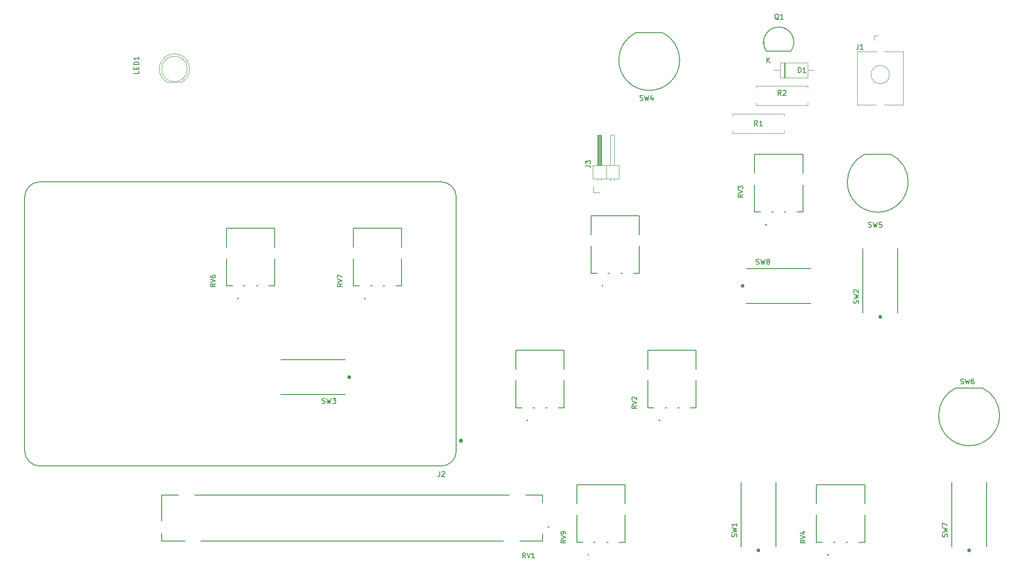
<source format=gbr>
%TF.GenerationSoftware,KiCad,Pcbnew,8.0.4*%
%TF.CreationDate,2024-09-25T11:32:12+02:00*%
%TF.ProjectId,ys.granular,79732e67-7261-46e7-956c-61722e6b6963,rev?*%
%TF.SameCoordinates,Original*%
%TF.FileFunction,Legend,Top*%
%TF.FilePolarity,Positive*%
%FSLAX46Y46*%
G04 Gerber Fmt 4.6, Leading zero omitted, Abs format (unit mm)*
G04 Created by KiCad (PCBNEW 8.0.4) date 2024-09-25 11:32:12*
%MOMM*%
%LPD*%
G01*
G04 APERTURE LIST*
%ADD10C,0.150000*%
%ADD11C,0.200000*%
%ADD12C,0.158112*%
%ADD13C,0.127000*%
%ADD14C,0.120000*%
%ADD15C,0.300000*%
%ADD16C,0.400000*%
G04 APERTURE END LIST*
D10*
X204979755Y-19550360D02*
X204884465Y-19502715D01*
X204884465Y-19502715D02*
X204789175Y-19407426D01*
X204789175Y-19407426D02*
X204646240Y-19264491D01*
X204646240Y-19264491D02*
X204550951Y-19216846D01*
X204550951Y-19216846D02*
X204455661Y-19216846D01*
X204503306Y-19455070D02*
X204408016Y-19407426D01*
X204408016Y-19407426D02*
X204312726Y-19312136D01*
X204312726Y-19312136D02*
X204265081Y-19121556D01*
X204265081Y-19121556D02*
X204265081Y-18788042D01*
X204265081Y-18788042D02*
X204312726Y-18597462D01*
X204312726Y-18597462D02*
X204408016Y-18502172D01*
X204408016Y-18502172D02*
X204503306Y-18454527D01*
X204503306Y-18454527D02*
X204693885Y-18454527D01*
X204693885Y-18454527D02*
X204789175Y-18502172D01*
X204789175Y-18502172D02*
X204884465Y-18597462D01*
X204884465Y-18597462D02*
X204932110Y-18788042D01*
X204932110Y-18788042D02*
X204932110Y-19121556D01*
X204932110Y-19121556D02*
X204884465Y-19312136D01*
X204884465Y-19312136D02*
X204789175Y-19407426D01*
X204789175Y-19407426D02*
X204693885Y-19455070D01*
X204693885Y-19455070D02*
X204503306Y-19455070D01*
X205885008Y-19455070D02*
X205313269Y-19455070D01*
X205599139Y-19455070D02*
X205599139Y-18454527D01*
X205599139Y-18454527D02*
X205503849Y-18597462D01*
X205503849Y-18597462D02*
X205408559Y-18692752D01*
X205408559Y-18692752D02*
X205313269Y-18740397D01*
X177666667Y-35407200D02*
X177809524Y-35454819D01*
X177809524Y-35454819D02*
X178047619Y-35454819D01*
X178047619Y-35454819D02*
X178142857Y-35407200D01*
X178142857Y-35407200D02*
X178190476Y-35359580D01*
X178190476Y-35359580D02*
X178238095Y-35264342D01*
X178238095Y-35264342D02*
X178238095Y-35169104D01*
X178238095Y-35169104D02*
X178190476Y-35073866D01*
X178190476Y-35073866D02*
X178142857Y-35026247D01*
X178142857Y-35026247D02*
X178047619Y-34978628D01*
X178047619Y-34978628D02*
X177857143Y-34931009D01*
X177857143Y-34931009D02*
X177761905Y-34883390D01*
X177761905Y-34883390D02*
X177714286Y-34835771D01*
X177714286Y-34835771D02*
X177666667Y-34740533D01*
X177666667Y-34740533D02*
X177666667Y-34645295D01*
X177666667Y-34645295D02*
X177714286Y-34550057D01*
X177714286Y-34550057D02*
X177761905Y-34502438D01*
X177761905Y-34502438D02*
X177857143Y-34454819D01*
X177857143Y-34454819D02*
X178095238Y-34454819D01*
X178095238Y-34454819D02*
X178238095Y-34502438D01*
X178571429Y-34454819D02*
X178809524Y-35454819D01*
X178809524Y-35454819D02*
X179000000Y-34740533D01*
X179000000Y-34740533D02*
X179190476Y-35454819D01*
X179190476Y-35454819D02*
X179428572Y-34454819D01*
X180238095Y-34788152D02*
X180238095Y-35454819D01*
X180000000Y-34407200D02*
X179761905Y-35121485D01*
X179761905Y-35121485D02*
X180380952Y-35121485D01*
X197929321Y-54024929D02*
X197479377Y-54339890D01*
X197929321Y-54564862D02*
X196984439Y-54564862D01*
X196984439Y-54564862D02*
X196984439Y-54204907D01*
X196984439Y-54204907D02*
X197029433Y-54114918D01*
X197029433Y-54114918D02*
X197074428Y-54069923D01*
X197074428Y-54069923D02*
X197164416Y-54024929D01*
X197164416Y-54024929D02*
X197299400Y-54024929D01*
X197299400Y-54024929D02*
X197389388Y-54069923D01*
X197389388Y-54069923D02*
X197434383Y-54114918D01*
X197434383Y-54114918D02*
X197479377Y-54204907D01*
X197479377Y-54204907D02*
X197479377Y-54564862D01*
X196984439Y-53754963D02*
X197929321Y-53440002D01*
X197929321Y-53440002D02*
X196984439Y-53125041D01*
X196984439Y-52900069D02*
X196984439Y-52315142D01*
X196984439Y-52315142D02*
X197344394Y-52630103D01*
X197344394Y-52630103D02*
X197344394Y-52495120D01*
X197344394Y-52495120D02*
X197389388Y-52405131D01*
X197389388Y-52405131D02*
X197434383Y-52360137D01*
X197434383Y-52360137D02*
X197524371Y-52315142D01*
X197524371Y-52315142D02*
X197749343Y-52315142D01*
X197749343Y-52315142D02*
X197839332Y-52360137D01*
X197839332Y-52360137D02*
X197884327Y-52405131D01*
X197884327Y-52405131D02*
X197929321Y-52495120D01*
X197929321Y-52495120D02*
X197929321Y-52765086D01*
X197929321Y-52765086D02*
X197884327Y-52855075D01*
X197884327Y-52855075D02*
X197839332Y-52900069D01*
X222666667Y-60407200D02*
X222809524Y-60454819D01*
X222809524Y-60454819D02*
X223047619Y-60454819D01*
X223047619Y-60454819D02*
X223142857Y-60407200D01*
X223142857Y-60407200D02*
X223190476Y-60359580D01*
X223190476Y-60359580D02*
X223238095Y-60264342D01*
X223238095Y-60264342D02*
X223238095Y-60169104D01*
X223238095Y-60169104D02*
X223190476Y-60073866D01*
X223190476Y-60073866D02*
X223142857Y-60026247D01*
X223142857Y-60026247D02*
X223047619Y-59978628D01*
X223047619Y-59978628D02*
X222857143Y-59931009D01*
X222857143Y-59931009D02*
X222761905Y-59883390D01*
X222761905Y-59883390D02*
X222714286Y-59835771D01*
X222714286Y-59835771D02*
X222666667Y-59740533D01*
X222666667Y-59740533D02*
X222666667Y-59645295D01*
X222666667Y-59645295D02*
X222714286Y-59550057D01*
X222714286Y-59550057D02*
X222761905Y-59502438D01*
X222761905Y-59502438D02*
X222857143Y-59454819D01*
X222857143Y-59454819D02*
X223095238Y-59454819D01*
X223095238Y-59454819D02*
X223238095Y-59502438D01*
X223571429Y-59454819D02*
X223809524Y-60454819D01*
X223809524Y-60454819D02*
X224000000Y-59740533D01*
X224000000Y-59740533D02*
X224190476Y-60454819D01*
X224190476Y-60454819D02*
X224428572Y-59454819D01*
X225285714Y-59454819D02*
X224809524Y-59454819D01*
X224809524Y-59454819D02*
X224761905Y-59931009D01*
X224761905Y-59931009D02*
X224809524Y-59883390D01*
X224809524Y-59883390D02*
X224904762Y-59835771D01*
X224904762Y-59835771D02*
X225142857Y-59835771D01*
X225142857Y-59835771D02*
X225238095Y-59883390D01*
X225238095Y-59883390D02*
X225285714Y-59931009D01*
X225285714Y-59931009D02*
X225333333Y-60026247D01*
X225333333Y-60026247D02*
X225333333Y-60264342D01*
X225333333Y-60264342D02*
X225285714Y-60359580D01*
X225285714Y-60359580D02*
X225238095Y-60407200D01*
X225238095Y-60407200D02*
X225142857Y-60454819D01*
X225142857Y-60454819D02*
X224904762Y-60454819D01*
X224904762Y-60454819D02*
X224809524Y-60407200D01*
X224809524Y-60407200D02*
X224761905Y-60359580D01*
X166909819Y-48323333D02*
X167624104Y-48323333D01*
X167624104Y-48323333D02*
X167766961Y-48370952D01*
X167766961Y-48370952D02*
X167862200Y-48466190D01*
X167862200Y-48466190D02*
X167909819Y-48609047D01*
X167909819Y-48609047D02*
X167909819Y-48704285D01*
X166909819Y-47942380D02*
X166909819Y-47323333D01*
X166909819Y-47323333D02*
X167290771Y-47656666D01*
X167290771Y-47656666D02*
X167290771Y-47513809D01*
X167290771Y-47513809D02*
X167338390Y-47418571D01*
X167338390Y-47418571D02*
X167386009Y-47370952D01*
X167386009Y-47370952D02*
X167481247Y-47323333D01*
X167481247Y-47323333D02*
X167719342Y-47323333D01*
X167719342Y-47323333D02*
X167814580Y-47370952D01*
X167814580Y-47370952D02*
X167862200Y-47418571D01*
X167862200Y-47418571D02*
X167909819Y-47513809D01*
X167909819Y-47513809D02*
X167909819Y-47799523D01*
X167909819Y-47799523D02*
X167862200Y-47894761D01*
X167862200Y-47894761D02*
X167814580Y-47942380D01*
X200549770Y-67695367D02*
X200692688Y-67743006D01*
X200692688Y-67743006D02*
X200930884Y-67743006D01*
X200930884Y-67743006D02*
X201026163Y-67695367D01*
X201026163Y-67695367D02*
X201073802Y-67647727D01*
X201073802Y-67647727D02*
X201121441Y-67552449D01*
X201121441Y-67552449D02*
X201121441Y-67457170D01*
X201121441Y-67457170D02*
X201073802Y-67361892D01*
X201073802Y-67361892D02*
X201026163Y-67314252D01*
X201026163Y-67314252D02*
X200930884Y-67266613D01*
X200930884Y-67266613D02*
X200740327Y-67218974D01*
X200740327Y-67218974D02*
X200645048Y-67171334D01*
X200645048Y-67171334D02*
X200597409Y-67123695D01*
X200597409Y-67123695D02*
X200549770Y-67028417D01*
X200549770Y-67028417D02*
X200549770Y-66933138D01*
X200549770Y-66933138D02*
X200597409Y-66837859D01*
X200597409Y-66837859D02*
X200645048Y-66790220D01*
X200645048Y-66790220D02*
X200740327Y-66742581D01*
X200740327Y-66742581D02*
X200978523Y-66742581D01*
X200978523Y-66742581D02*
X201121441Y-66790220D01*
X201454916Y-66742581D02*
X201693113Y-67743006D01*
X201693113Y-67743006D02*
X201883670Y-67028417D01*
X201883670Y-67028417D02*
X202074227Y-67743006D01*
X202074227Y-67743006D02*
X202312424Y-66742581D01*
X202836456Y-67171334D02*
X202741177Y-67123695D01*
X202741177Y-67123695D02*
X202693538Y-67076056D01*
X202693538Y-67076056D02*
X202645899Y-66980777D01*
X202645899Y-66980777D02*
X202645899Y-66933138D01*
X202645899Y-66933138D02*
X202693538Y-66837859D01*
X202693538Y-66837859D02*
X202741177Y-66790220D01*
X202741177Y-66790220D02*
X202836456Y-66742581D01*
X202836456Y-66742581D02*
X203027013Y-66742581D01*
X203027013Y-66742581D02*
X203122292Y-66790220D01*
X203122292Y-66790220D02*
X203169931Y-66837859D01*
X203169931Y-66837859D02*
X203217570Y-66933138D01*
X203217570Y-66933138D02*
X203217570Y-66980777D01*
X203217570Y-66980777D02*
X203169931Y-67076056D01*
X203169931Y-67076056D02*
X203122292Y-67123695D01*
X203122292Y-67123695D02*
X203027013Y-67171334D01*
X203027013Y-67171334D02*
X202836456Y-67171334D01*
X202836456Y-67171334D02*
X202741177Y-67218974D01*
X202741177Y-67218974D02*
X202693538Y-67266613D01*
X202693538Y-67266613D02*
X202645899Y-67361892D01*
X202645899Y-67361892D02*
X202645899Y-67552449D01*
X202645899Y-67552449D02*
X202693538Y-67647727D01*
X202693538Y-67647727D02*
X202741177Y-67695367D01*
X202741177Y-67695367D02*
X202836456Y-67743006D01*
X202836456Y-67743006D02*
X203027013Y-67743006D01*
X203027013Y-67743006D02*
X203122292Y-67695367D01*
X203122292Y-67695367D02*
X203169931Y-67647727D01*
X203169931Y-67647727D02*
X203217570Y-67552449D01*
X203217570Y-67552449D02*
X203217570Y-67361892D01*
X203217570Y-67361892D02*
X203169931Y-67266613D01*
X203169931Y-67266613D02*
X203122292Y-67218974D01*
X203122292Y-67218974D02*
X203027013Y-67171334D01*
X238195367Y-121450229D02*
X238243006Y-121307312D01*
X238243006Y-121307312D02*
X238243006Y-121069115D01*
X238243006Y-121069115D02*
X238195367Y-120973837D01*
X238195367Y-120973837D02*
X238147727Y-120926197D01*
X238147727Y-120926197D02*
X238052449Y-120878558D01*
X238052449Y-120878558D02*
X237957170Y-120878558D01*
X237957170Y-120878558D02*
X237861892Y-120926197D01*
X237861892Y-120926197D02*
X237814252Y-120973837D01*
X237814252Y-120973837D02*
X237766613Y-121069115D01*
X237766613Y-121069115D02*
X237718974Y-121259672D01*
X237718974Y-121259672D02*
X237671334Y-121354951D01*
X237671334Y-121354951D02*
X237623695Y-121402590D01*
X237623695Y-121402590D02*
X237528417Y-121450229D01*
X237528417Y-121450229D02*
X237433138Y-121450229D01*
X237433138Y-121450229D02*
X237337859Y-121402590D01*
X237337859Y-121402590D02*
X237290220Y-121354951D01*
X237290220Y-121354951D02*
X237242581Y-121259672D01*
X237242581Y-121259672D02*
X237242581Y-121021476D01*
X237242581Y-121021476D02*
X237290220Y-120878558D01*
X237242581Y-120545083D02*
X238243006Y-120306886D01*
X238243006Y-120306886D02*
X237528417Y-120116329D01*
X237528417Y-120116329D02*
X238243006Y-119925772D01*
X238243006Y-119925772D02*
X237242581Y-119687576D01*
X237242581Y-119401740D02*
X237242581Y-118734790D01*
X237242581Y-118734790D02*
X238243006Y-119163543D01*
X115083430Y-95119387D02*
X115226348Y-95167026D01*
X115226348Y-95167026D02*
X115464544Y-95167026D01*
X115464544Y-95167026D02*
X115559823Y-95119387D01*
X115559823Y-95119387D02*
X115607462Y-95071747D01*
X115607462Y-95071747D02*
X115655101Y-94976469D01*
X115655101Y-94976469D02*
X115655101Y-94881190D01*
X115655101Y-94881190D02*
X115607462Y-94785912D01*
X115607462Y-94785912D02*
X115559823Y-94738272D01*
X115559823Y-94738272D02*
X115464544Y-94690633D01*
X115464544Y-94690633D02*
X115273987Y-94642994D01*
X115273987Y-94642994D02*
X115178708Y-94595354D01*
X115178708Y-94595354D02*
X115131069Y-94547715D01*
X115131069Y-94547715D02*
X115083430Y-94452437D01*
X115083430Y-94452437D02*
X115083430Y-94357158D01*
X115083430Y-94357158D02*
X115131069Y-94261879D01*
X115131069Y-94261879D02*
X115178708Y-94214240D01*
X115178708Y-94214240D02*
X115273987Y-94166601D01*
X115273987Y-94166601D02*
X115512183Y-94166601D01*
X115512183Y-94166601D02*
X115655101Y-94214240D01*
X115988576Y-94166601D02*
X116226773Y-95167026D01*
X116226773Y-95167026D02*
X116417330Y-94452437D01*
X116417330Y-94452437D02*
X116607887Y-95167026D01*
X116607887Y-95167026D02*
X116846084Y-94166601D01*
X117131919Y-94166601D02*
X117751230Y-94166601D01*
X117751230Y-94166601D02*
X117417755Y-94547715D01*
X117417755Y-94547715D02*
X117560673Y-94547715D01*
X117560673Y-94547715D02*
X117655952Y-94595354D01*
X117655952Y-94595354D02*
X117703591Y-94642994D01*
X117703591Y-94642994D02*
X117751230Y-94738272D01*
X117751230Y-94738272D02*
X117751230Y-94976469D01*
X117751230Y-94976469D02*
X117703591Y-95071747D01*
X117703591Y-95071747D02*
X117655952Y-95119387D01*
X117655952Y-95119387D02*
X117560673Y-95167026D01*
X117560673Y-95167026D02*
X117274837Y-95167026D01*
X117274837Y-95167026D02*
X117179559Y-95119387D01*
X117179559Y-95119387D02*
X117131919Y-95071747D01*
X220695367Y-75450229D02*
X220743006Y-75307312D01*
X220743006Y-75307312D02*
X220743006Y-75069115D01*
X220743006Y-75069115D02*
X220695367Y-74973837D01*
X220695367Y-74973837D02*
X220647727Y-74926197D01*
X220647727Y-74926197D02*
X220552449Y-74878558D01*
X220552449Y-74878558D02*
X220457170Y-74878558D01*
X220457170Y-74878558D02*
X220361892Y-74926197D01*
X220361892Y-74926197D02*
X220314252Y-74973837D01*
X220314252Y-74973837D02*
X220266613Y-75069115D01*
X220266613Y-75069115D02*
X220218974Y-75259672D01*
X220218974Y-75259672D02*
X220171334Y-75354951D01*
X220171334Y-75354951D02*
X220123695Y-75402590D01*
X220123695Y-75402590D02*
X220028417Y-75450229D01*
X220028417Y-75450229D02*
X219933138Y-75450229D01*
X219933138Y-75450229D02*
X219837859Y-75402590D01*
X219837859Y-75402590D02*
X219790220Y-75354951D01*
X219790220Y-75354951D02*
X219742581Y-75259672D01*
X219742581Y-75259672D02*
X219742581Y-75021476D01*
X219742581Y-75021476D02*
X219790220Y-74878558D01*
X219742581Y-74545083D02*
X220743006Y-74306886D01*
X220743006Y-74306886D02*
X220028417Y-74116329D01*
X220028417Y-74116329D02*
X220743006Y-73925772D01*
X220743006Y-73925772D02*
X219742581Y-73687576D01*
X219837859Y-73354100D02*
X219790220Y-73306461D01*
X219790220Y-73306461D02*
X219742581Y-73211183D01*
X219742581Y-73211183D02*
X219742581Y-72972986D01*
X219742581Y-72972986D02*
X219790220Y-72877708D01*
X219790220Y-72877708D02*
X219837859Y-72830068D01*
X219837859Y-72830068D02*
X219933138Y-72782429D01*
X219933138Y-72782429D02*
X220028417Y-72782429D01*
X220028417Y-72782429D02*
X220171334Y-72830068D01*
X220171334Y-72830068D02*
X220743006Y-73401740D01*
X220743006Y-73401740D02*
X220743006Y-72782429D01*
X200833333Y-40454819D02*
X200500000Y-39978628D01*
X200261905Y-40454819D02*
X200261905Y-39454819D01*
X200261905Y-39454819D02*
X200642857Y-39454819D01*
X200642857Y-39454819D02*
X200738095Y-39502438D01*
X200738095Y-39502438D02*
X200785714Y-39550057D01*
X200785714Y-39550057D02*
X200833333Y-39645295D01*
X200833333Y-39645295D02*
X200833333Y-39788152D01*
X200833333Y-39788152D02*
X200785714Y-39883390D01*
X200785714Y-39883390D02*
X200738095Y-39931009D01*
X200738095Y-39931009D02*
X200642857Y-39978628D01*
X200642857Y-39978628D02*
X200261905Y-39978628D01*
X201785714Y-40454819D02*
X201214286Y-40454819D01*
X201500000Y-40454819D02*
X201500000Y-39454819D01*
X201500000Y-39454819D02*
X201404762Y-39597676D01*
X201404762Y-39597676D02*
X201309524Y-39692914D01*
X201309524Y-39692914D02*
X201214286Y-39740533D01*
X240841667Y-91272200D02*
X240984524Y-91319819D01*
X240984524Y-91319819D02*
X241222619Y-91319819D01*
X241222619Y-91319819D02*
X241317857Y-91272200D01*
X241317857Y-91272200D02*
X241365476Y-91224580D01*
X241365476Y-91224580D02*
X241413095Y-91129342D01*
X241413095Y-91129342D02*
X241413095Y-91034104D01*
X241413095Y-91034104D02*
X241365476Y-90938866D01*
X241365476Y-90938866D02*
X241317857Y-90891247D01*
X241317857Y-90891247D02*
X241222619Y-90843628D01*
X241222619Y-90843628D02*
X241032143Y-90796009D01*
X241032143Y-90796009D02*
X240936905Y-90748390D01*
X240936905Y-90748390D02*
X240889286Y-90700771D01*
X240889286Y-90700771D02*
X240841667Y-90605533D01*
X240841667Y-90605533D02*
X240841667Y-90510295D01*
X240841667Y-90510295D02*
X240889286Y-90415057D01*
X240889286Y-90415057D02*
X240936905Y-90367438D01*
X240936905Y-90367438D02*
X241032143Y-90319819D01*
X241032143Y-90319819D02*
X241270238Y-90319819D01*
X241270238Y-90319819D02*
X241413095Y-90367438D01*
X241746429Y-90319819D02*
X241984524Y-91319819D01*
X241984524Y-91319819D02*
X242175000Y-90605533D01*
X242175000Y-90605533D02*
X242365476Y-91319819D01*
X242365476Y-91319819D02*
X242603572Y-90319819D01*
X243413095Y-90319819D02*
X243222619Y-90319819D01*
X243222619Y-90319819D02*
X243127381Y-90367438D01*
X243127381Y-90367438D02*
X243079762Y-90415057D01*
X243079762Y-90415057D02*
X242984524Y-90557914D01*
X242984524Y-90557914D02*
X242936905Y-90748390D01*
X242936905Y-90748390D02*
X242936905Y-91129342D01*
X242936905Y-91129342D02*
X242984524Y-91224580D01*
X242984524Y-91224580D02*
X243032143Y-91272200D01*
X243032143Y-91272200D02*
X243127381Y-91319819D01*
X243127381Y-91319819D02*
X243317857Y-91319819D01*
X243317857Y-91319819D02*
X243413095Y-91272200D01*
X243413095Y-91272200D02*
X243460714Y-91224580D01*
X243460714Y-91224580D02*
X243508333Y-91129342D01*
X243508333Y-91129342D02*
X243508333Y-90891247D01*
X243508333Y-90891247D02*
X243460714Y-90796009D01*
X243460714Y-90796009D02*
X243413095Y-90748390D01*
X243413095Y-90748390D02*
X243317857Y-90700771D01*
X243317857Y-90700771D02*
X243127381Y-90700771D01*
X243127381Y-90700771D02*
X243032143Y-90748390D01*
X243032143Y-90748390D02*
X242984524Y-90796009D01*
X242984524Y-90796009D02*
X242936905Y-90891247D01*
X220636666Y-24434819D02*
X220636666Y-25149104D01*
X220636666Y-25149104D02*
X220589047Y-25291961D01*
X220589047Y-25291961D02*
X220493809Y-25387200D01*
X220493809Y-25387200D02*
X220350952Y-25434819D01*
X220350952Y-25434819D02*
X220255714Y-25434819D01*
X221636666Y-25434819D02*
X221065238Y-25434819D01*
X221350952Y-25434819D02*
X221350952Y-24434819D01*
X221350952Y-24434819D02*
X221255714Y-24577676D01*
X221255714Y-24577676D02*
X221160476Y-24672914D01*
X221160476Y-24672914D02*
X221065238Y-24720533D01*
X205483333Y-34454819D02*
X205150000Y-33978628D01*
X204911905Y-34454819D02*
X204911905Y-33454819D01*
X204911905Y-33454819D02*
X205292857Y-33454819D01*
X205292857Y-33454819D02*
X205388095Y-33502438D01*
X205388095Y-33502438D02*
X205435714Y-33550057D01*
X205435714Y-33550057D02*
X205483333Y-33645295D01*
X205483333Y-33645295D02*
X205483333Y-33788152D01*
X205483333Y-33788152D02*
X205435714Y-33883390D01*
X205435714Y-33883390D02*
X205388095Y-33931009D01*
X205388095Y-33931009D02*
X205292857Y-33978628D01*
X205292857Y-33978628D02*
X204911905Y-33978628D01*
X205864286Y-33550057D02*
X205911905Y-33502438D01*
X205911905Y-33502438D02*
X206007143Y-33454819D01*
X206007143Y-33454819D02*
X206245238Y-33454819D01*
X206245238Y-33454819D02*
X206340476Y-33502438D01*
X206340476Y-33502438D02*
X206388095Y-33550057D01*
X206388095Y-33550057D02*
X206435714Y-33645295D01*
X206435714Y-33645295D02*
X206435714Y-33740533D01*
X206435714Y-33740533D02*
X206388095Y-33883390D01*
X206388095Y-33883390D02*
X205816667Y-34454819D01*
X205816667Y-34454819D02*
X206435714Y-34454819D01*
X177029321Y-95587429D02*
X176579377Y-95902390D01*
X177029321Y-96127362D02*
X176084439Y-96127362D01*
X176084439Y-96127362D02*
X176084439Y-95767407D01*
X176084439Y-95767407D02*
X176129433Y-95677418D01*
X176129433Y-95677418D02*
X176174428Y-95632423D01*
X176174428Y-95632423D02*
X176264416Y-95587429D01*
X176264416Y-95587429D02*
X176399400Y-95587429D01*
X176399400Y-95587429D02*
X176489388Y-95632423D01*
X176489388Y-95632423D02*
X176534383Y-95677418D01*
X176534383Y-95677418D02*
X176579377Y-95767407D01*
X176579377Y-95767407D02*
X176579377Y-96127362D01*
X176084439Y-95317463D02*
X177029321Y-95002502D01*
X177029321Y-95002502D02*
X176084439Y-94687541D01*
X176174428Y-94417575D02*
X176129433Y-94372581D01*
X176129433Y-94372581D02*
X176084439Y-94282592D01*
X176084439Y-94282592D02*
X176084439Y-94057620D01*
X176084439Y-94057620D02*
X176129433Y-93967631D01*
X176129433Y-93967631D02*
X176174428Y-93922637D01*
X176174428Y-93922637D02*
X176264416Y-93877642D01*
X176264416Y-93877642D02*
X176354405Y-93877642D01*
X176354405Y-93877642D02*
X176489388Y-93922637D01*
X176489388Y-93922637D02*
X177029321Y-94462569D01*
X177029321Y-94462569D02*
X177029321Y-93877642D01*
X78954819Y-29659047D02*
X78954819Y-30135237D01*
X78954819Y-30135237D02*
X77954819Y-30135237D01*
X78431009Y-29325713D02*
X78431009Y-28992380D01*
X78954819Y-28849523D02*
X78954819Y-29325713D01*
X78954819Y-29325713D02*
X77954819Y-29325713D01*
X77954819Y-29325713D02*
X77954819Y-28849523D01*
X78954819Y-28420951D02*
X77954819Y-28420951D01*
X77954819Y-28420951D02*
X77954819Y-28182856D01*
X77954819Y-28182856D02*
X78002438Y-28039999D01*
X78002438Y-28039999D02*
X78097676Y-27944761D01*
X78097676Y-27944761D02*
X78192914Y-27897142D01*
X78192914Y-27897142D02*
X78383390Y-27849523D01*
X78383390Y-27849523D02*
X78526247Y-27849523D01*
X78526247Y-27849523D02*
X78716723Y-27897142D01*
X78716723Y-27897142D02*
X78811961Y-27944761D01*
X78811961Y-27944761D02*
X78907200Y-28039999D01*
X78907200Y-28039999D02*
X78954819Y-28182856D01*
X78954819Y-28182856D02*
X78954819Y-28420951D01*
X78954819Y-26897142D02*
X78954819Y-27468570D01*
X78954819Y-27182856D02*
X77954819Y-27182856D01*
X77954819Y-27182856D02*
X78097676Y-27278094D01*
X78097676Y-27278094D02*
X78192914Y-27373332D01*
X78192914Y-27373332D02*
X78240533Y-27468570D01*
X94029321Y-71587429D02*
X93579377Y-71902390D01*
X94029321Y-72127362D02*
X93084439Y-72127362D01*
X93084439Y-72127362D02*
X93084439Y-71767407D01*
X93084439Y-71767407D02*
X93129433Y-71677418D01*
X93129433Y-71677418D02*
X93174428Y-71632423D01*
X93174428Y-71632423D02*
X93264416Y-71587429D01*
X93264416Y-71587429D02*
X93399400Y-71587429D01*
X93399400Y-71587429D02*
X93489388Y-71632423D01*
X93489388Y-71632423D02*
X93534383Y-71677418D01*
X93534383Y-71677418D02*
X93579377Y-71767407D01*
X93579377Y-71767407D02*
X93579377Y-72127362D01*
X93084439Y-71317463D02*
X94029321Y-71002502D01*
X94029321Y-71002502D02*
X93084439Y-70687541D01*
X93084439Y-69967631D02*
X93084439Y-70147609D01*
X93084439Y-70147609D02*
X93129433Y-70237597D01*
X93129433Y-70237597D02*
X93174428Y-70282592D01*
X93174428Y-70282592D02*
X93309411Y-70372581D01*
X93309411Y-70372581D02*
X93489388Y-70417575D01*
X93489388Y-70417575D02*
X93849343Y-70417575D01*
X93849343Y-70417575D02*
X93939332Y-70372581D01*
X93939332Y-70372581D02*
X93984327Y-70327586D01*
X93984327Y-70327586D02*
X94029321Y-70237597D01*
X94029321Y-70237597D02*
X94029321Y-70057620D01*
X94029321Y-70057620D02*
X93984327Y-69967631D01*
X93984327Y-69967631D02*
X93939332Y-69922637D01*
X93939332Y-69922637D02*
X93849343Y-69877642D01*
X93849343Y-69877642D02*
X93624371Y-69877642D01*
X93624371Y-69877642D02*
X93534383Y-69922637D01*
X93534383Y-69922637D02*
X93489388Y-69967631D01*
X93489388Y-69967631D02*
X93444394Y-70057620D01*
X93444394Y-70057620D02*
X93444394Y-70237597D01*
X93444394Y-70237597D02*
X93489388Y-70327586D01*
X93489388Y-70327586D02*
X93534383Y-70372581D01*
X93534383Y-70372581D02*
X93624371Y-70417575D01*
X196695367Y-121450229D02*
X196743006Y-121307312D01*
X196743006Y-121307312D02*
X196743006Y-121069115D01*
X196743006Y-121069115D02*
X196695367Y-120973837D01*
X196695367Y-120973837D02*
X196647727Y-120926197D01*
X196647727Y-120926197D02*
X196552449Y-120878558D01*
X196552449Y-120878558D02*
X196457170Y-120878558D01*
X196457170Y-120878558D02*
X196361892Y-120926197D01*
X196361892Y-120926197D02*
X196314252Y-120973837D01*
X196314252Y-120973837D02*
X196266613Y-121069115D01*
X196266613Y-121069115D02*
X196218974Y-121259672D01*
X196218974Y-121259672D02*
X196171334Y-121354951D01*
X196171334Y-121354951D02*
X196123695Y-121402590D01*
X196123695Y-121402590D02*
X196028417Y-121450229D01*
X196028417Y-121450229D02*
X195933138Y-121450229D01*
X195933138Y-121450229D02*
X195837859Y-121402590D01*
X195837859Y-121402590D02*
X195790220Y-121354951D01*
X195790220Y-121354951D02*
X195742581Y-121259672D01*
X195742581Y-121259672D02*
X195742581Y-121021476D01*
X195742581Y-121021476D02*
X195790220Y-120878558D01*
X195742581Y-120545083D02*
X196743006Y-120306886D01*
X196743006Y-120306886D02*
X196028417Y-120116329D01*
X196028417Y-120116329D02*
X196743006Y-119925772D01*
X196743006Y-119925772D02*
X195742581Y-119687576D01*
X196743006Y-118782429D02*
X196743006Y-119354100D01*
X196743006Y-119068265D02*
X195742581Y-119068265D01*
X195742581Y-119068265D02*
X195885499Y-119163543D01*
X195885499Y-119163543D02*
X195980777Y-119258822D01*
X195980777Y-119258822D02*
X196028417Y-119354100D01*
X210229321Y-122087429D02*
X209779377Y-122402390D01*
X210229321Y-122627362D02*
X209284439Y-122627362D01*
X209284439Y-122627362D02*
X209284439Y-122267407D01*
X209284439Y-122267407D02*
X209329433Y-122177418D01*
X209329433Y-122177418D02*
X209374428Y-122132423D01*
X209374428Y-122132423D02*
X209464416Y-122087429D01*
X209464416Y-122087429D02*
X209599400Y-122087429D01*
X209599400Y-122087429D02*
X209689388Y-122132423D01*
X209689388Y-122132423D02*
X209734383Y-122177418D01*
X209734383Y-122177418D02*
X209779377Y-122267407D01*
X209779377Y-122267407D02*
X209779377Y-122627362D01*
X209284439Y-121817463D02*
X210229321Y-121502502D01*
X210229321Y-121502502D02*
X209284439Y-121187541D01*
X209599400Y-120467631D02*
X210229321Y-120467631D01*
X209239445Y-120692603D02*
X209914360Y-120917575D01*
X209914360Y-120917575D02*
X209914360Y-120332648D01*
X155129761Y-125614819D02*
X154796428Y-125138628D01*
X154558333Y-125614819D02*
X154558333Y-124614819D01*
X154558333Y-124614819D02*
X154939285Y-124614819D01*
X154939285Y-124614819D02*
X155034523Y-124662438D01*
X155034523Y-124662438D02*
X155082142Y-124710057D01*
X155082142Y-124710057D02*
X155129761Y-124805295D01*
X155129761Y-124805295D02*
X155129761Y-124948152D01*
X155129761Y-124948152D02*
X155082142Y-125043390D01*
X155082142Y-125043390D02*
X155034523Y-125091009D01*
X155034523Y-125091009D02*
X154939285Y-125138628D01*
X154939285Y-125138628D02*
X154558333Y-125138628D01*
X155415476Y-124614819D02*
X155748809Y-125614819D01*
X155748809Y-125614819D02*
X156082142Y-124614819D01*
X156939285Y-125614819D02*
X156367857Y-125614819D01*
X156653571Y-125614819D02*
X156653571Y-124614819D01*
X156653571Y-124614819D02*
X156558333Y-124757676D01*
X156558333Y-124757676D02*
X156463095Y-124852914D01*
X156463095Y-124852914D02*
X156367857Y-124900533D01*
X208841905Y-29954819D02*
X208841905Y-28954819D01*
X208841905Y-28954819D02*
X209080000Y-28954819D01*
X209080000Y-28954819D02*
X209222857Y-29002438D01*
X209222857Y-29002438D02*
X209318095Y-29097676D01*
X209318095Y-29097676D02*
X209365714Y-29192914D01*
X209365714Y-29192914D02*
X209413333Y-29383390D01*
X209413333Y-29383390D02*
X209413333Y-29526247D01*
X209413333Y-29526247D02*
X209365714Y-29716723D01*
X209365714Y-29716723D02*
X209318095Y-29811961D01*
X209318095Y-29811961D02*
X209222857Y-29907200D01*
X209222857Y-29907200D02*
X209080000Y-29954819D01*
X209080000Y-29954819D02*
X208841905Y-29954819D01*
X210365714Y-29954819D02*
X209794286Y-29954819D01*
X210080000Y-29954819D02*
X210080000Y-28954819D01*
X210080000Y-28954819D02*
X209984762Y-29097676D01*
X209984762Y-29097676D02*
X209889524Y-29192914D01*
X209889524Y-29192914D02*
X209794286Y-29240533D01*
X202658095Y-28054819D02*
X202658095Y-27054819D01*
X203229523Y-28054819D02*
X202800952Y-27483390D01*
X203229523Y-27054819D02*
X202658095Y-27626247D01*
X163029321Y-122087429D02*
X162579377Y-122402390D01*
X163029321Y-122627362D02*
X162084439Y-122627362D01*
X162084439Y-122627362D02*
X162084439Y-122267407D01*
X162084439Y-122267407D02*
X162129433Y-122177418D01*
X162129433Y-122177418D02*
X162174428Y-122132423D01*
X162174428Y-122132423D02*
X162264416Y-122087429D01*
X162264416Y-122087429D02*
X162399400Y-122087429D01*
X162399400Y-122087429D02*
X162489388Y-122132423D01*
X162489388Y-122132423D02*
X162534383Y-122177418D01*
X162534383Y-122177418D02*
X162579377Y-122267407D01*
X162579377Y-122267407D02*
X162579377Y-122627362D01*
X162084439Y-121817463D02*
X163029321Y-121502502D01*
X163029321Y-121502502D02*
X162084439Y-121187541D01*
X163029321Y-120827586D02*
X163029321Y-120647609D01*
X163029321Y-120647609D02*
X162984327Y-120557620D01*
X162984327Y-120557620D02*
X162939332Y-120512626D01*
X162939332Y-120512626D02*
X162804349Y-120422637D01*
X162804349Y-120422637D02*
X162624371Y-120377642D01*
X162624371Y-120377642D02*
X162264416Y-120377642D01*
X162264416Y-120377642D02*
X162174428Y-120422637D01*
X162174428Y-120422637D02*
X162129433Y-120467631D01*
X162129433Y-120467631D02*
X162084439Y-120557620D01*
X162084439Y-120557620D02*
X162084439Y-120737597D01*
X162084439Y-120737597D02*
X162129433Y-120827586D01*
X162129433Y-120827586D02*
X162174428Y-120872581D01*
X162174428Y-120872581D02*
X162264416Y-120917575D01*
X162264416Y-120917575D02*
X162489388Y-120917575D01*
X162489388Y-120917575D02*
X162579377Y-120872581D01*
X162579377Y-120872581D02*
X162624371Y-120827586D01*
X162624371Y-120827586D02*
X162669366Y-120737597D01*
X162669366Y-120737597D02*
X162669366Y-120557620D01*
X162669366Y-120557620D02*
X162624371Y-120467631D01*
X162624371Y-120467631D02*
X162579377Y-120422637D01*
X162579377Y-120422637D02*
X162489388Y-120377642D01*
X138241666Y-108589819D02*
X138241666Y-109304104D01*
X138241666Y-109304104D02*
X138194047Y-109446961D01*
X138194047Y-109446961D02*
X138098809Y-109542200D01*
X138098809Y-109542200D02*
X137955952Y-109589819D01*
X137955952Y-109589819D02*
X137860714Y-109589819D01*
X138670238Y-108685057D02*
X138717857Y-108637438D01*
X138717857Y-108637438D02*
X138813095Y-108589819D01*
X138813095Y-108589819D02*
X139051190Y-108589819D01*
X139051190Y-108589819D02*
X139146428Y-108637438D01*
X139146428Y-108637438D02*
X139194047Y-108685057D01*
X139194047Y-108685057D02*
X139241666Y-108780295D01*
X139241666Y-108780295D02*
X139241666Y-108875533D01*
X139241666Y-108875533D02*
X139194047Y-109018390D01*
X139194047Y-109018390D02*
X138622619Y-109589819D01*
X138622619Y-109589819D02*
X139241666Y-109589819D01*
X119029321Y-71587429D02*
X118579377Y-71902390D01*
X119029321Y-72127362D02*
X118084439Y-72127362D01*
X118084439Y-72127362D02*
X118084439Y-71767407D01*
X118084439Y-71767407D02*
X118129433Y-71677418D01*
X118129433Y-71677418D02*
X118174428Y-71632423D01*
X118174428Y-71632423D02*
X118264416Y-71587429D01*
X118264416Y-71587429D02*
X118399400Y-71587429D01*
X118399400Y-71587429D02*
X118489388Y-71632423D01*
X118489388Y-71632423D02*
X118534383Y-71677418D01*
X118534383Y-71677418D02*
X118579377Y-71767407D01*
X118579377Y-71767407D02*
X118579377Y-72127362D01*
X118084439Y-71317463D02*
X119029321Y-71002502D01*
X119029321Y-71002502D02*
X118084439Y-70687541D01*
X118084439Y-70462569D02*
X118084439Y-69832648D01*
X118084439Y-69832648D02*
X119029321Y-70237597D01*
D11*
%TO.C,Q1*%
X202563228Y-25721515D02*
X207436773Y-25721514D01*
X202563228Y-25721515D02*
G75*
G02*
X207436773Y-25721514I2436772J1731949D01*
G01*
D12*
X202229056Y-24050000D02*
G75*
G02*
X202070944Y-24050000I-79056J0D01*
G01*
X202070944Y-24050000D02*
G75*
G02*
X202229056Y-24050000I79056J0D01*
G01*
D13*
%TO.C,SW4*%
X176885000Y-22100000D02*
X182115000Y-22100000D01*
X173500000Y-27500000D02*
G75*
G02*
X176885000Y-22100000I6000695J-600D01*
G01*
X182115000Y-22100000D02*
G75*
G02*
X185499999Y-27500000I-2618222J-5402183D01*
G01*
X185500000Y-27500000D02*
G75*
G02*
X173500000Y-27500000I-6000000J0D01*
G01*
%TO.C,RV3*%
X200250000Y-46112500D02*
X209750000Y-46112500D01*
X200250000Y-49842500D02*
X200250000Y-46112500D01*
X200250000Y-57462500D02*
X200250000Y-52082500D01*
X201426000Y-57462500D02*
X200250000Y-57462500D01*
X203926000Y-57462500D02*
X203574000Y-57462500D01*
X206426000Y-57462500D02*
X206074000Y-57462500D01*
X208574000Y-57462500D02*
X209750000Y-57462500D01*
X209750000Y-46112500D02*
X209750000Y-49842500D01*
X209750000Y-52082500D02*
X209750000Y-57462500D01*
D11*
X202600000Y-59962500D02*
G75*
G02*
X202400000Y-59962500I-100000J0D01*
G01*
X202400000Y-59962500D02*
G75*
G02*
X202600000Y-59962500I100000J0D01*
G01*
D13*
%TO.C,SW5*%
X221885000Y-46100000D02*
X227115000Y-46100000D01*
X218500000Y-51500000D02*
G75*
G02*
X221885000Y-46100000I6000695J-600D01*
G01*
X227115000Y-46100000D02*
G75*
G02*
X230499999Y-51500000I-2618222J-5402183D01*
G01*
X230500000Y-51500000D02*
G75*
G02*
X218500000Y-51500000I-6000000J0D01*
G01*
D14*
%TO.C,J3*%
X168395000Y-48275000D02*
X168395000Y-50935000D01*
X168395000Y-50935000D02*
X173595000Y-50935000D01*
X168455000Y-53645000D02*
X168455000Y-52375000D01*
X169345000Y-42275000D02*
X170105000Y-42275000D01*
X169345000Y-48275000D02*
X169345000Y-42275000D01*
X169345000Y-51265000D02*
X169345000Y-50935000D01*
X169405000Y-48275000D02*
X169405000Y-42275000D01*
X169525000Y-48275000D02*
X169525000Y-42275000D01*
X169645000Y-48275000D02*
X169645000Y-42275000D01*
X169725000Y-53645000D02*
X168455000Y-53645000D01*
X169765000Y-48275000D02*
X169765000Y-42275000D01*
X169885000Y-48275000D02*
X169885000Y-42275000D01*
X170005000Y-48275000D02*
X170005000Y-42275000D01*
X170105000Y-42275000D02*
X170105000Y-48275000D01*
X170105000Y-51265000D02*
X170105000Y-50935000D01*
X170995000Y-50935000D02*
X170995000Y-48275000D01*
X171885000Y-42275000D02*
X172645000Y-42275000D01*
X171885000Y-48275000D02*
X171885000Y-42275000D01*
X171885000Y-51332071D02*
X171885000Y-50935000D01*
X172645000Y-42275000D02*
X172645000Y-48275000D01*
X172645000Y-51332071D02*
X172645000Y-50935000D01*
X173595000Y-48275000D02*
X168395000Y-48275000D01*
X173595000Y-50935000D02*
X173595000Y-48275000D01*
D13*
%TO.C,SW8*%
X198650000Y-75429000D02*
X211350000Y-75429000D01*
X211350000Y-68571000D02*
X198650000Y-68571000D01*
D15*
X198088000Y-71999000D02*
G75*
G02*
X197688000Y-71999000I-200000J0D01*
G01*
X197688000Y-71999000D02*
G75*
G02*
X198088000Y-71999000I200000J0D01*
G01*
D13*
%TO.C,SW7*%
X239071000Y-110650000D02*
X239071000Y-123350000D01*
X245929000Y-123350000D02*
X245929000Y-110650000D01*
D15*
X242699000Y-124112000D02*
G75*
G02*
X242299000Y-124112000I-200000J0D01*
G01*
X242299000Y-124112000D02*
G75*
G02*
X242699000Y-124112000I200000J0D01*
G01*
D13*
%TO.C,SW3*%
X119651000Y-86571000D02*
X106951000Y-86571000D01*
X106951000Y-93429000D02*
X119651000Y-93429000D01*
D15*
X120613000Y-90001000D02*
G75*
G02*
X120213000Y-90001000I-200000J0D01*
G01*
X120213000Y-90001000D02*
G75*
G02*
X120613000Y-90001000I200000J0D01*
G01*
D13*
%TO.C,SW2*%
X221571000Y-64650000D02*
X221571000Y-77350000D01*
X228429000Y-77350000D02*
X228429000Y-64650000D01*
D15*
X225199000Y-78112000D02*
G75*
G02*
X224799000Y-78112000I-200000J0D01*
G01*
X224799000Y-78112000D02*
G75*
G02*
X225199000Y-78112000I200000J0D01*
G01*
D14*
%TO.C,R1*%
X195930000Y-38080000D02*
X206070000Y-38080000D01*
X195930000Y-38560000D02*
X195930000Y-38080000D01*
X195930000Y-41440000D02*
X195930000Y-41920000D01*
X195930000Y-41920000D02*
X206070000Y-41920000D01*
X206070000Y-38080000D02*
X206070000Y-38560000D01*
X206070000Y-41920000D02*
X206070000Y-41440000D01*
D13*
%TO.C,SW6*%
X239885000Y-92100000D02*
X245115000Y-92100000D01*
X236500000Y-97500000D02*
G75*
G02*
X239885000Y-92100000I6000695J-600D01*
G01*
X245115000Y-92100000D02*
G75*
G02*
X248499999Y-97500000I-2618222J-5402183D01*
G01*
X248500000Y-97500000D02*
G75*
G02*
X236500000Y-97500000I-6000000J0D01*
G01*
D11*
%TO.C,RV8*%
X170400000Y-72000000D02*
G75*
G02*
X170200000Y-72000000I-100000J0D01*
G01*
X170200000Y-72000000D02*
G75*
G02*
X170400000Y-72000000I100000J0D01*
G01*
D13*
X177550000Y-64120000D02*
X177550000Y-69500000D01*
X177550000Y-58150000D02*
X177550000Y-61880000D01*
X176374000Y-69500000D02*
X177550000Y-69500000D01*
X174226000Y-69500000D02*
X173874000Y-69500000D01*
X171726000Y-69500000D02*
X171374000Y-69500000D01*
X169226000Y-69500000D02*
X168050000Y-69500000D01*
X168050000Y-69500000D02*
X168050000Y-64120000D01*
X168050000Y-61880000D02*
X168050000Y-58150000D01*
X168050000Y-58150000D02*
X177550000Y-58150000D01*
D14*
%TO.C,J1*%
X220500000Y-25880000D02*
X220500000Y-36380000D01*
X223770000Y-22730000D02*
X223770000Y-23530000D01*
X223770000Y-22730000D02*
X224630000Y-22730000D01*
X224200000Y-36380000D02*
X220500000Y-36380000D01*
X224280000Y-25880000D02*
X220500000Y-25880000D01*
X229500000Y-25880000D02*
X225720000Y-25880000D01*
X229500000Y-25880000D02*
X229500000Y-36380000D01*
X229500000Y-36380000D02*
X225800000Y-36380000D01*
X226800000Y-30380000D02*
G75*
G02*
X223200000Y-30380000I-1800000J0D01*
G01*
X223200000Y-30380000D02*
G75*
G02*
X226800000Y-30380000I1800000J0D01*
G01*
%TO.C,R2*%
X210720000Y-36420000D02*
X210720000Y-35940000D01*
X210720000Y-32580000D02*
X210720000Y-33060000D01*
X200580000Y-36420000D02*
X210720000Y-36420000D01*
X200580000Y-35940000D02*
X200580000Y-36420000D01*
X200580000Y-33060000D02*
X200580000Y-32580000D01*
X200580000Y-32580000D02*
X210720000Y-32580000D01*
D13*
%TO.C,RV2*%
X179250000Y-84650000D02*
X188750000Y-84650000D01*
X179250000Y-88380000D02*
X179250000Y-84650000D01*
X179250000Y-96000000D02*
X179250000Y-90620000D01*
X180426000Y-96000000D02*
X179250000Y-96000000D01*
X182926000Y-96000000D02*
X182574000Y-96000000D01*
X185426000Y-96000000D02*
X185074000Y-96000000D01*
X187574000Y-96000000D02*
X188750000Y-96000000D01*
X188750000Y-84650000D02*
X188750000Y-88380000D01*
X188750000Y-90620000D02*
X188750000Y-96000000D01*
D11*
X181600000Y-98500000D02*
G75*
G02*
X181400000Y-98500000I-100000J0D01*
G01*
X181400000Y-98500000D02*
G75*
G02*
X181600000Y-98500000I100000J0D01*
G01*
D14*
%TO.C,LED1*%
X84455000Y-31830000D02*
X87545000Y-31830000D01*
X84455170Y-31830000D02*
G75*
G02*
X86000462Y-26280000I1544830J2560000D01*
G01*
X85999538Y-26280000D02*
G75*
G02*
X87544830Y-31830000I462J-2990000D01*
G01*
X88500000Y-29270000D02*
G75*
G02*
X83500000Y-29270000I-2500000J0D01*
G01*
X83500000Y-29270000D02*
G75*
G02*
X88500000Y-29270000I2500000J0D01*
G01*
D13*
%TO.C,RV6*%
X96250000Y-60650000D02*
X105750000Y-60650000D01*
X96250000Y-64380000D02*
X96250000Y-60650000D01*
X96250000Y-72000000D02*
X96250000Y-66620000D01*
X97426000Y-72000000D02*
X96250000Y-72000000D01*
X99926000Y-72000000D02*
X99574000Y-72000000D01*
X102426000Y-72000000D02*
X102074000Y-72000000D01*
X104574000Y-72000000D02*
X105750000Y-72000000D01*
X105750000Y-60650000D02*
X105750000Y-64380000D01*
X105750000Y-66620000D02*
X105750000Y-72000000D01*
D11*
X98600000Y-74500000D02*
G75*
G02*
X98400000Y-74500000I-100000J0D01*
G01*
X98400000Y-74500000D02*
G75*
G02*
X98600000Y-74500000I100000J0D01*
G01*
D13*
%TO.C,SW1*%
X197571000Y-110650000D02*
X197571000Y-123350000D01*
X204429000Y-123350000D02*
X204429000Y-110650000D01*
D15*
X201199000Y-124112000D02*
G75*
G02*
X200799000Y-124112000I-200000J0D01*
G01*
X200799000Y-124112000D02*
G75*
G02*
X201199000Y-124112000I200000J0D01*
G01*
D13*
%TO.C,RV4*%
X212450000Y-111150000D02*
X221950000Y-111150000D01*
X212450000Y-114880000D02*
X212450000Y-111150000D01*
X212450000Y-122500000D02*
X212450000Y-117120000D01*
X213626000Y-122500000D02*
X212450000Y-122500000D01*
X216126000Y-122500000D02*
X215774000Y-122500000D01*
X218626000Y-122500000D02*
X218274000Y-122500000D01*
X220774000Y-122500000D02*
X221950000Y-122500000D01*
X221950000Y-111150000D02*
X221950000Y-114880000D01*
X221950000Y-117120000D02*
X221950000Y-122500000D01*
D11*
X214800000Y-125000000D02*
G75*
G02*
X214600000Y-125000000I-100000J0D01*
G01*
X214600000Y-125000000D02*
G75*
G02*
X214800000Y-125000000I100000J0D01*
G01*
D13*
%TO.C,RV1*%
X158500000Y-122250000D02*
X153995000Y-122250000D01*
X158500000Y-120820000D02*
X158500000Y-122250000D01*
X158500000Y-113250000D02*
X158500000Y-114780000D01*
X155195000Y-113250000D02*
X158500000Y-113250000D01*
X152005000Y-113250000D02*
X89995000Y-113250000D01*
X150805000Y-122250000D02*
X91195000Y-122250000D01*
X88005000Y-122250000D02*
X83500000Y-122250000D01*
X83500000Y-122250000D02*
X83500000Y-120720000D01*
X83500000Y-113250000D02*
X86805000Y-113250000D01*
X83500000Y-113250000D02*
X83500000Y-118280000D01*
D11*
X159750000Y-119500000D02*
G75*
G02*
X159550000Y-119500000I-100000J0D01*
G01*
X159550000Y-119500000D02*
G75*
G02*
X159750000Y-119500000I100000J0D01*
G01*
D13*
%TO.C,RV5*%
X153250000Y-84650000D02*
X162750000Y-84650000D01*
X153250000Y-88380000D02*
X153250000Y-84650000D01*
X153250000Y-96000000D02*
X153250000Y-90620000D01*
X154426000Y-96000000D02*
X153250000Y-96000000D01*
X156926000Y-96000000D02*
X156574000Y-96000000D01*
X159426000Y-96000000D02*
X159074000Y-96000000D01*
X161574000Y-96000000D02*
X162750000Y-96000000D01*
X162750000Y-84650000D02*
X162750000Y-88380000D01*
X162750000Y-90620000D02*
X162750000Y-96000000D01*
D11*
X155600000Y-98500000D02*
G75*
G02*
X155400000Y-98500000I-100000J0D01*
G01*
X155400000Y-98500000D02*
G75*
G02*
X155600000Y-98500000I100000J0D01*
G01*
D14*
%TO.C,D1*%
X211940000Y-29500000D02*
X210720000Y-29500000D01*
X210720000Y-30970000D02*
X210720000Y-28030000D01*
X210720000Y-28030000D02*
X205280000Y-28030000D01*
X206300000Y-28030000D02*
X206300000Y-30970000D01*
X206180000Y-28030000D02*
X206180000Y-30970000D01*
X206060000Y-28030000D02*
X206060000Y-30970000D01*
X205280000Y-30970000D02*
X210720000Y-30970000D01*
X205280000Y-28030000D02*
X205280000Y-30970000D01*
X204060000Y-29500000D02*
X205280000Y-29500000D01*
D13*
%TO.C,RV9*%
X165250000Y-111150000D02*
X174750000Y-111150000D01*
X165250000Y-114880000D02*
X165250000Y-111150000D01*
X165250000Y-122500000D02*
X165250000Y-117120000D01*
X166426000Y-122500000D02*
X165250000Y-122500000D01*
X168926000Y-122500000D02*
X168574000Y-122500000D01*
X171426000Y-122500000D02*
X171074000Y-122500000D01*
X173574000Y-122500000D02*
X174750000Y-122500000D01*
X174750000Y-111150000D02*
X174750000Y-114880000D01*
X174750000Y-117120000D02*
X174750000Y-122500000D01*
D11*
X167600000Y-125000000D02*
G75*
G02*
X167400000Y-125000000I-100000J0D01*
G01*
X167400000Y-125000000D02*
G75*
G02*
X167600000Y-125000000I100000J0D01*
G01*
D16*
%TO.C,J2*%
X142600000Y-102500000D02*
G75*
G02*
X142200000Y-102500000I-200000J0D01*
G01*
X142200000Y-102500000D02*
G75*
G02*
X142600000Y-102500000I200000J0D01*
G01*
D13*
X56500000Y-54500000D02*
G75*
G02*
X59500000Y-51500000I3000000J0D01*
G01*
X59500000Y-107500000D02*
G75*
G02*
X56500000Y-104500000I0J3000000D01*
G01*
X138500000Y-51500000D02*
G75*
G02*
X141500000Y-54500000I-1J-3000001D01*
G01*
X141500000Y-104500000D02*
G75*
G02*
X138500000Y-107500000I-3000001J1D01*
G01*
X56500000Y-54500000D02*
X56500000Y-104500000D01*
X59500000Y-107500000D02*
X138500000Y-107500000D01*
X138500000Y-51500000D02*
X59500000Y-51500000D01*
X141500000Y-104500000D02*
X141500000Y-54500000D01*
%TO.C,RV7*%
X121250000Y-60650000D02*
X130750000Y-60650000D01*
X121250000Y-64380000D02*
X121250000Y-60650000D01*
X121250000Y-72000000D02*
X121250000Y-66620000D01*
X122426000Y-72000000D02*
X121250000Y-72000000D01*
X124926000Y-72000000D02*
X124574000Y-72000000D01*
X127426000Y-72000000D02*
X127074000Y-72000000D01*
X129574000Y-72000000D02*
X130750000Y-72000000D01*
X130750000Y-60650000D02*
X130750000Y-64380000D01*
X130750000Y-66620000D02*
X130750000Y-72000000D01*
D11*
X123600000Y-74500000D02*
G75*
G02*
X123400000Y-74500000I-100000J0D01*
G01*
X123400000Y-74500000D02*
G75*
G02*
X123600000Y-74500000I100000J0D01*
G01*
%TD*%
M02*

</source>
